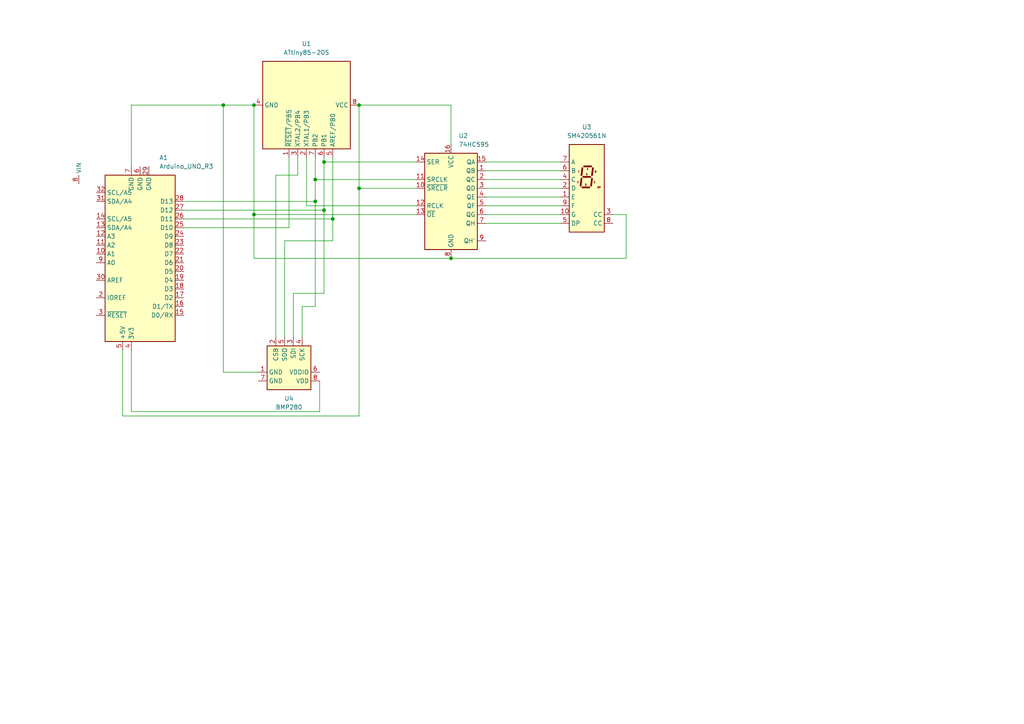
<source format=kicad_sch>
(kicad_sch (version 20231120) (generator "eeschema") (generator_version "8.0")
  (paper "A4")
  (lib_symbols
    (symbol "74xx:74HC595"
      (property "Reference" "U" (at -7.62 13.97 0))
      (property "Value" "74HC595" (at -7.62 -16.51 0))
      (symbol "74HC595_1_0"
        (pin tri_state line (at 10.16 7.62 180) (length 2.54) (name "QB") (number "1"))
        (pin input line (at -10.16 2.54 0) (length 2.54) (name "~{SRCLR}") (number "10"))
        (pin input line (at -10.16 5.08 0) (length 2.54) (name "SRCLK") (number "11"))
        (pin input line (at -10.16 -2.54 0) (length 2.54) (name "RCLK") (number "12"))
        (pin input line (at -10.16 -5.08 0) (length 2.54) (name "~{OE}") (number "13"))
        (pin input line (at -10.16 10.16 0) (length 2.54) (name "SER") (number "14"))
        (pin tri_state line (at 10.16 10.16 180) (length 2.54) (name "QA") (number "15"))
        (pin power_in line (at 0 15.24 270) (length 2.54) (name "VCC") (number "16"))
        (pin tri_state line (at 10.16 5.08 180) (length 2.54) (name "QC") (number "2"))
        (pin tri_state line (at 10.16 2.54 180) (length 2.54) (name "QD") (number "3"))
        (pin tri_state line (at 10.16 0 180) (length 2.54) (name "QE") (number "4"))
        (pin tri_state line (at 10.16 -2.54 180) (length 2.54) (name "QF") (number "5"))
        (pin tri_state line (at 10.16 -5.08 180) (length 2.54) (name "QG") (number "6"))
        (pin tri_state line (at 10.16 -7.62 180) (length 2.54) (name "QH") (number "7"))
        (pin power_in line (at 0 -17.78 90) (length 2.54) (name "GND") (number "8"))
        (pin output line (at 10.16 -12.7 180) (length 2.54) (name "QH'") (number "9"))
      )
      (symbol "74HC595_1_1"
        (rectangle (start -7.62 12.7) (end 7.62 -15.24) (stroke (width 0.254)) (fill (type background)))
      )
    )
    (symbol "Display_Character:SM420561N"
      (property "Reference" "U" (at -2.54 16.51 0))
      (property "Value" "SM420561N" (at 1.27 16.51 0))
      (symbol "SM420561N_0_0"
        (text "A" (at 0.254 8.128 0) (effects (font (size 0.508 0.508))))
        (text "B" (at 2.54 7.366 0) (effects (font (size 0.508 0.508))))
        (text "C" (at 2.286 4.318 0) (effects (font (size 0.508 0.508))))
        (text "D" (at -0.254 3.556 0) (effects (font (size 0.508 0.508))))
        (text "DP" (at 3.556 2.794 0) (effects (font (size 0.508 0.508))))
        (text "E" (at -2.54 4.318 0) (effects (font (size 0.508 0.508))))
        (text "F" (at -2.286 7.366 0) (effects (font (size 0.508 0.508))))
        (text "G" (at 0 6.604 0) (effects (font (size 0.508 0.508))))
      )
      (symbol "SM420561N_0_1"
        (rectangle (start -5.08 15.24) (end 5.08 -10.16) (stroke (width 0.254)) (fill (type background)))
        (polyline (pts (xy -1.524 5.334) (xy -1.778 3.302)) (stroke (width 0.508)))
        (polyline (pts (xy -1.27 2.794) (xy 0.762 2.794)) (stroke (width 0.508)))
        (polyline (pts (xy -1.27 8.382) (xy -1.524 6.35)) (stroke (width 0.508)))
        (polyline (pts (xy -1.016 5.842) (xy 1.016 5.842)) (stroke (width 0.508)))
        (polyline (pts (xy -0.762 8.89) (xy 1.27 8.89)) (stroke (width 0.508)))
        (polyline (pts (xy 1.524 5.334) (xy 1.27 3.302)) (stroke (width 0.508)))
        (polyline (pts (xy 1.778 8.382) (xy 1.524 6.35)) (stroke (width 0.508)))
        (polyline (pts (xy 2.54 2.794) (xy 2.54 2.794)) (stroke (width 0.508)))
      )
      (symbol "SM420561N_1_1"
        (pin input line (at -7.62 0 0) (length 2.54) (name "E") (number "1"))
        (pin input line (at -7.62 -5.08 0) (length 2.54) (name "G") (number "10"))
        (pin input line (at -7.62 2.54 0) (length 2.54) (name "D") (number "2"))
        (pin input line (at 7.62 -5.08 180) (length 2.54) (name "CC") (number "3"))
        (pin input line (at -7.62 5.08 0) (length 2.54) (name "C") (number "4"))
        (pin input line (at -7.62 -7.62 0) (length 2.54) (name "DP") (number "5"))
        (pin input line (at -7.62 7.62 0) (length 2.54) (name "B") (number "6"))
        (pin input line (at -7.62 10.16 0) (length 2.54) (name "A") (number "7"))
        (pin input line (at 7.62 -7.62 180) (length 2.54) (name "CC") (number "8"))
        (pin input line (at -7.62 -2.54 0) (length 2.54) (name "F") (number "9"))
      )
    )
    (symbol "MCU_Microchip_ATtiny:ATtiny85-20S"
      (property "Reference" "U" (at -12.7 13.97 0))
      (property "Value" "ATtiny85-20S" (at 2.54 -13.97 0))
      (symbol "ATtiny85-20S_0_1"
        (rectangle (start -12.7 -12.7) (end 12.7 12.7) (stroke (width 0.254)) (fill (type background)))
      )
      (symbol "ATtiny85-20S_1_1"
        (pin bidirectional line (at 15.24 -5.08 180) (length 2.54) (name "~{RESET}/PB5") (number "1"))
        (pin bidirectional line (at 15.24 0 180) (length 2.54) (name "XTAL1/PB3") (number "2"))
        (pin bidirectional line (at 15.24 -2.54 180) (length 2.54) (name "XTAL2/PB4") (number "3"))
        (pin power_in line (at 0 -15.24 90) (length 2.54) (name "GND") (number "4"))
        (pin bidirectional line (at 15.24 7.62 180) (length 2.54) (name "AREF/PB0") (number "5"))
        (pin bidirectional line (at 15.24 5.08 180) (length 2.54) (name "PB1") (number "6"))
        (pin bidirectional line (at 15.24 2.54 180) (length 2.54) (name "PB2") (number "7"))
        (pin power_in line (at 0 15.24 270) (length 2.54) (name "VCC") (number "8"))
      )
    )
    (symbol "MCU_Module:Arduino_UNO_R3"
      (property "Reference" "A" (at -10.16 23.495 0))
      (property "Value" "Arduino_UNO_R3" (at 5.08 -26.67 0))
      (symbol "Arduino_UNO_R3_0_1"
        (rectangle (start 10.16 -25.4) (end -10.16 22.86) (stroke (width 0.254)) (fill (type background)))
      )
      (symbol "Arduino_UNO_R3_1_1"
        (pin no_connect line (at -10.16 -20.32 0) (length 2.54) hide (name "NC") (number "1"))
        (pin bidirectional line (at 12.7 -2.54 180) (length 2.54) (name "A1") (number "10"))
        (pin bidirectional line (at 12.7 -5.08 180) (length 2.54) (name "A2") (number "11"))
        (pin bidirectional line (at 12.7 -7.62 180) (length 2.54) (name "A3") (number "12"))
        (pin bidirectional line (at 12.7 -10.16 180) (length 2.54) (name "SDA/A4") (number "13"))
        (pin bidirectional line (at 12.7 -12.7 180) (length 2.54) (name "SCL/A5") (number "14"))
        (pin bidirectional line (at -12.7 15.24 0) (length 2.54) (name "D0/RX") (number "15"))
        (pin bidirectional line (at -12.7 12.7 0) (length 2.54) (name "D1/TX") (number "16"))
        (pin bidirectional line (at -12.7 10.16 0) (length 2.54) (name "D2") (number "17"))
        (pin bidirectional line (at -12.7 7.62 0) (length 2.54) (name "D3") (number "18"))
        (pin bidirectional line (at -12.7 5.08 0) (length 2.54) (name "D4") (number "19"))
        (pin output line (at 12.7 10.16 180) (length 2.54) (name "IOREF") (number "2"))
        (pin bidirectional line (at -12.7 2.54 0) (length 2.54) (name "D5") (number "20"))
        (pin bidirectional line (at -12.7 0 0) (length 2.54) (name "D6") (number "21"))
        (pin bidirectional line (at -12.7 -2.54 0) (length 2.54) (name "D7") (number "22"))
        (pin bidirectional line (at -12.7 -5.08 0) (length 2.54) (name "D8") (number "23"))
        (pin bidirectional line (at -12.7 -7.62 0) (length 2.54) (name "D9") (number "24"))
        (pin bidirectional line (at -12.7 -10.16 0) (length 2.54) (name "D10") (number "25"))
        (pin bidirectional line (at -12.7 -12.7 0) (length 2.54) (name "D11") (number "26"))
        (pin bidirectional line (at -12.7 -15.24 0) (length 2.54) (name "D12") (number "27"))
        (pin bidirectional line (at -12.7 -17.78 0) (length 2.54) (name "D13") (number "28"))
        (pin power_in line (at -2.54 -27.94 90) (length 2.54) (name "GND") (number "29"))
        (pin input line (at 12.7 15.24 180) (length 2.54) (name "~{RESET}") (number "3"))
        (pin input line (at 12.7 5.08 180) (length 2.54) (name "AREF") (number "30"))
        (pin bidirectional line (at 12.7 -17.78 180) (length 2.54) (name "SDA/A4") (number "31"))
        (pin bidirectional line (at 12.7 -20.32 180) (length 2.54) (name "SCL/A5") (number "32"))
        (pin power_out line (at 2.54 25.4 270) (length 2.54) (name "3V3") (number "4"))
        (pin power_out line (at 5.08 25.4 270) (length 2.54) (name "+5V") (number "5"))
        (pin power_in line (at 0 -27.94 90) (length 2.54) (name "GND") (number "6"))
        (pin power_in line (at 2.54 -27.94 90) (length 2.54) (name "GND") (number "7"))
        (pin power_in line (at 17.78 -22.86 270) (length 2.54) (name "VIN") (number "8"))
        (pin bidirectional line (at 12.7 0 180) (length 2.54) (name "A0") (number "9"))
      )
    )
    (symbol "Sensor_Pressure:BMP280"
      (property "Reference" "U" (at -7.62 10.16 0))
      (property "Value" "BMP280" (at 5.08 10.16 0))
      (symbol "BMP280_0_1"
        (rectangle (start -7.62 -5.08) (end 5.08 7.62) (stroke (width 0.254)) (fill (type background)))
      )
      (symbol "BMP280_1_1"
        (pin power_in line (at 0 -7.62 90) (length 2.54) (name "GND") (number "1"))
        (pin input line (at -10.16 -2.54 0) (length 2.54) (name "CSB") (number "2"))
        (pin bidirectional line (at -10.16 2.54 0) (length 2.54) (name "SDI") (number "3"))
        (pin input line (at -10.16 5.08 0) (length 2.54) (name "SCK") (number "4"))
        (pin bidirectional line (at -10.16 0 0) (length 2.54) (name "SDO") (number "5"))
        (pin power_in line (at 0 10.16 270) (length 2.54) (name "VDDIO") (number "6"))
        (pin power_in line (at 2.54 -7.62 90) (length 2.54) (name "GND") (number "7"))
        (pin power_in line (at 2.54 10.16 270) (length 2.54) (name "VDD") (number "8"))
      )
    )
  )
  (junction (at 73.66 30.48))
  (junction (at 104.14 54.61))
  (junction (at 93.98 60.96))
  (junction (at 91.44 52.07))
  (junction (at 64.77 30.48))
  (junction (at 91.44 58.42))
  (junction (at 104.14 30.48))
  (junction (at 73.66 62.23))
  (junction (at 93.98 46.99))
  (junction (at 130.81 74.93))
  (junction (at 96.52 63.5))
  (wire (pts (xy 85.09 97.79) (xy 85.09 85.09)))
  (wire (pts (xy 38.1 30.48) (xy 38.1 48.26)))
  (wire (pts (xy 177.8 62.23) (xy 181.61 62.23)))
  (wire (pts (xy 53.34 63.5) (xy 96.52 63.5)))
  (wire (pts (xy 35.56 120.65) (xy 35.56 101.6)))
  (wire (pts (xy 162.56 57.15) (xy 140.97 57.15)))
  (wire (pts (xy 88.9 59.69) (xy 120.65 59.69)))
  (wire (pts (xy 140.97 46.99) (xy 162.56 46.99)))
  (wire (pts (xy 73.66 30.48) (xy 73.66 62.23)))
  (wire (pts (xy 140.97 62.23) (xy 162.56 62.23)))
  (wire (pts (xy 92.71 110.49) (xy 92.71 119.38)))
  (wire (pts (xy 92.71 119.38) (xy 38.1 119.38)))
  (wire (pts (xy 181.61 74.93) (xy 130.81 74.93)))
  (wire (pts (xy 38.1 119.38) (xy 38.1 101.6)))
  (wire (pts (xy 91.44 52.07) (xy 91.44 58.42)))
  (wire (pts (xy 140.97 52.07) (xy 162.56 52.07)))
  (wire (pts (xy 64.77 30.48) (xy 38.1 30.48)))
  (wire (pts (xy 82.55 97.79) (xy 82.55 69.85)))
  (wire (pts (xy 140.97 49.53) (xy 162.56 49.53)))
  (wire (pts (xy 93.98 46.99) (xy 120.65 46.99)))
  (wire (pts (xy 130.81 74.93) (xy 73.66 74.93)))
  (wire (pts (xy 87.63 97.79) (xy 87.63 88.9)))
  (wire (pts (xy 86.36 50.8) (xy 86.36 45.72)))
  (wire (pts (xy 85.09 85.09) (xy 93.98 85.09)))
  (wire (pts (xy 181.61 62.23) (xy 181.61 74.93)))
  (wire (pts (xy 53.34 66.04) (xy 83.82 66.04)))
  (wire (pts (xy 93.98 46.99) (xy 93.98 45.72)))
  (wire (pts (xy 91.44 45.72) (xy 91.44 52.07)))
  (wire (pts (xy 140.97 64.77) (xy 162.56 64.77)))
  (wire (pts (xy 140.97 54.61) (xy 162.56 54.61)))
  (wire (pts (xy 120.65 52.07) (xy 91.44 52.07)))
  (wire (pts (xy 140.97 59.69) (xy 162.56 59.69)))
  (wire (pts (xy 93.98 60.96) (xy 93.98 85.09)))
  (wire (pts (xy 93.98 46.99) (xy 93.98 60.96)))
  (wire (pts (xy 130.81 30.48) (xy 104.14 30.48)))
  (wire (pts (xy 80.01 97.79) (xy 80.01 50.8)))
  (wire (pts (xy 104.14 120.65) (xy 35.56 120.65)))
  (wire (pts (xy 88.9 45.72) (xy 88.9 59.69)))
  (wire (pts (xy 80.01 50.8) (xy 86.36 50.8)))
  (wire (pts (xy 120.65 62.23) (xy 73.66 62.23)))
  (wire (pts (xy 73.66 62.23) (xy 73.66 74.93)))
  (wire (pts (xy 74.93 107.95) (xy 64.77 107.95)))
  (wire (pts (xy 91.44 58.42) (xy 91.44 88.9)))
  (wire (pts (xy 53.34 58.42) (xy 91.44 58.42)))
  (wire (pts (xy 130.81 41.91) (xy 130.81 30.48)))
  (wire (pts (xy 83.82 66.04) (xy 83.82 45.72)))
  (wire (pts (xy 104.14 54.61) (xy 104.14 120.65)))
  (wire (pts (xy 82.55 69.85) (xy 96.52 69.85)))
  (wire (pts (xy 73.66 30.48) (xy 64.77 30.48)))
  (wire (pts (xy 64.77 107.95) (xy 64.77 30.48)))
  (wire (pts (xy 104.14 30.48) (xy 104.14 54.61)))
  (wire (pts (xy 96.52 63.5) (xy 96.52 45.72)))
  (wire (pts (xy 87.63 88.9) (xy 91.44 88.9)))
  (wire (pts (xy 53.34 60.96) (xy 93.98 60.96)))
  (wire (pts (xy 120.65 54.61) (xy 104.14 54.61)))
  (wire (pts (xy 96.52 69.85) (xy 96.52 63.5)))
  (symbol (lib_id "MCU_Microchip_ATtiny:ATtiny85-20S") (at 88.9 30.48 270) (unit 1)
    (property "Reference" "U1" (at 88.9 12.7 90))
    (property "Value" "ATtiny85-20S" (at 88.9 15.24 90))
    (property "Footprint" "Package_SO:SOIC-8W_5.3x5.3mm_P1.27mm" (effects (hide yes)))
    (property "Datasheet" "http://ww1.microchip.com/downloads/en/DeviceDoc/atmel-2586-avr-8-bit-microcontroller-attiny25-attiny45-attiny85_datasheet.pdf" (effects (hide yes)))
    (property "Description" "20MHz, 8kB Flash, 512B SRAM, 512B EEPROM, debugWIRE, SOIC-8W" (effects (hide yes)))
  )
  (symbol (lib_id "Sensor_Pressure:BMP280") (at 82.55 107.95 270) (unit 1)
    (property "Reference" "U4" (at 83.82 115.57 90))
    (property "Value" "BMP280" (at 83.82 118.11 90))
    (property "Footprint" "Package_LGA:Bosch_LGA-8_2x2.5mm_P0.65mm_ClockwisePinNumbering" (effects (hide yes)))
    (property "Datasheet" "https://ae-bst.resource.bosch.com/media/_tech/media/datasheets/BST-BMP280-DS001.pdf" (effects (hide yes)))
    (property "Description" "Absolute Barometric Pressure Sensor, LGA-8" (effects (hide yes)))
  )
  (symbol (lib_id "74xx:74HC595") (at 130.81 57.15 0) (unit 1)
    (property "Reference" "U2" (at 133.0041 39.37 0) (effects (justify left)))
    (property "Value" "74HC595" (at 133.0041 41.91 0) (effects (justify left)))
    (property "Datasheet" "http://www.ti.com/lit/ds/symlink/sn74hc595.pdf" (effects (hide yes)))
    (property "Description" "8-bit serial in/out Shift Register 3-State Outputs" (effects (hide yes)))
  )
  (symbol (lib_id "MCU_Module:Arduino_UNO_R3") (at 40.64 76.2 180) (unit 1)
    (property "Reference" "A1" (at 46.1965 45.72 0) (effects (justify right)))
    (property "Value" "Arduino_UNO_R3" (at 46.1965 48.26 0) (effects (justify right)))
    (property "Footprint" "Module:Arduino_UNO_R3" (effects (hide yes)))
    (property "Datasheet" "https://www.arduino.cc/en/Main/arduinoBoardUno" (effects (hide yes)))
    (property "Description" "Arduino UNO Microcontroller Module, release 3" (effects (hide yes)))
  )
  (symbol (lib_id "Display_Character:SM420561N") (at 170.18 57.15 0) (unit 1)
    (property "Reference" "U3" (at 170.18 36.83 0))
    (property "Value" "SM420561N" (at 170.18 39.37 0))
    (property "Footprint" "Display_7Segment:7SegmentLED_LTS6760_LTS6780" (effects (hide yes)))
    (property "Datasheet" "https://datasheet.lcsc.com/szlcsc/Wuxi-ARK-Tech-Elec-SM420561N_C141367.pdf" (effects (hide yes)))
    (property "Description" "One digit 7 segment blue LED, common cathode" (effects (hide yes)))
  )
)
</source>
